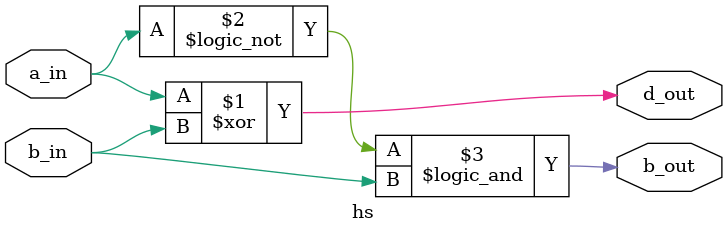
<source format=v>
`timescale 1ns / 1ps


module hs(input a_in,
          input b_in,
          output b_out,
          output d_out

    );
    
    assign d_out= a_in ^ b_in;
    assign b_out = (!a_in) && b_in;
endmodule

</source>
